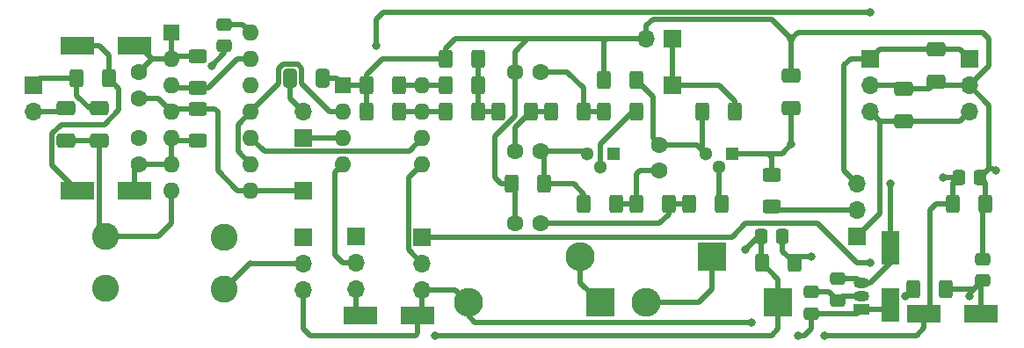
<source format=gbr>
%TF.GenerationSoftware,KiCad,Pcbnew,(6.0.10)*%
%TF.CreationDate,2023-04-08T13:13:14+03:00*%
%TF.ProjectId,DelSol_Voice,44656c53-6f6c-45f5-966f-6963652e6b69,rev?*%
%TF.SameCoordinates,Original*%
%TF.FileFunction,Copper,L2,Bot*%
%TF.FilePolarity,Positive*%
%FSLAX46Y46*%
G04 Gerber Fmt 4.6, Leading zero omitted, Abs format (unit mm)*
G04 Created by KiCad (PCBNEW (6.0.10)) date 2023-04-08 13:13:14*
%MOMM*%
%LPD*%
G01*
G04 APERTURE LIST*
G04 Aperture macros list*
%AMRoundRect*
0 Rectangle with rounded corners*
0 $1 Rounding radius*
0 $2 $3 $4 $5 $6 $7 $8 $9 X,Y pos of 4 corners*
0 Add a 4 corners polygon primitive as box body*
4,1,4,$2,$3,$4,$5,$6,$7,$8,$9,$2,$3,0*
0 Add four circle primitives for the rounded corners*
1,1,$1+$1,$2,$3*
1,1,$1+$1,$4,$5*
1,1,$1+$1,$6,$7*
1,1,$1+$1,$8,$9*
0 Add four rect primitives between the rounded corners*
20,1,$1+$1,$2,$3,$4,$5,0*
20,1,$1+$1,$4,$5,$6,$7,0*
20,1,$1+$1,$6,$7,$8,$9,0*
20,1,$1+$1,$8,$9,$2,$3,0*%
G04 Aperture macros list end*
%TA.AperFunction,ComponentPad*%
%ADD10C,1.600000*%
%TD*%
%TA.AperFunction,ComponentPad*%
%ADD11R,1.700000X1.700000*%
%TD*%
%TA.AperFunction,ComponentPad*%
%ADD12O,1.700000X1.700000*%
%TD*%
%TA.AperFunction,ComponentPad*%
%ADD13R,1.300000X1.300000*%
%TD*%
%TA.AperFunction,ComponentPad*%
%ADD14C,1.300000*%
%TD*%
%TA.AperFunction,ComponentPad*%
%ADD15R,2.800000X2.800000*%
%TD*%
%TA.AperFunction,ComponentPad*%
%ADD16O,2.800000X2.800000*%
%TD*%
%TA.AperFunction,ComponentPad*%
%ADD17C,2.600000*%
%TD*%
%TA.AperFunction,ComponentPad*%
%ADD18R,1.600000X1.600000*%
%TD*%
%TA.AperFunction,ComponentPad*%
%ADD19O,1.600000X1.600000*%
%TD*%
%TA.AperFunction,ComponentPad*%
%ADD20R,1.500000X1.050000*%
%TD*%
%TA.AperFunction,ComponentPad*%
%ADD21O,1.500000X1.050000*%
%TD*%
%TA.AperFunction,SMDPad,CuDef*%
%ADD22RoundRect,0.250000X-0.400000X-0.625000X0.400000X-0.625000X0.400000X0.625000X-0.400000X0.625000X0*%
%TD*%
%TA.AperFunction,SMDPad,CuDef*%
%ADD23R,1.700000X3.300000*%
%TD*%
%TA.AperFunction,SMDPad,CuDef*%
%ADD24RoundRect,0.250000X-0.337500X-0.475000X0.337500X-0.475000X0.337500X0.475000X-0.337500X0.475000X0*%
%TD*%
%TA.AperFunction,SMDPad,CuDef*%
%ADD25RoundRect,0.250000X0.400000X0.625000X-0.400000X0.625000X-0.400000X-0.625000X0.400000X-0.625000X0*%
%TD*%
%TA.AperFunction,SMDPad,CuDef*%
%ADD26RoundRect,0.250000X-0.475000X0.337500X-0.475000X-0.337500X0.475000X-0.337500X0.475000X0.337500X0*%
%TD*%
%TA.AperFunction,SMDPad,CuDef*%
%ADD27RoundRect,0.250000X-0.650000X0.412500X-0.650000X-0.412500X0.650000X-0.412500X0.650000X0.412500X0*%
%TD*%
%TA.AperFunction,SMDPad,CuDef*%
%ADD28RoundRect,0.250000X0.625000X-0.400000X0.625000X0.400000X-0.625000X0.400000X-0.625000X-0.400000X0*%
%TD*%
%TA.AperFunction,SMDPad,CuDef*%
%ADD29RoundRect,0.250000X-0.625000X0.400000X-0.625000X-0.400000X0.625000X-0.400000X0.625000X0.400000X0*%
%TD*%
%TA.AperFunction,SMDPad,CuDef*%
%ADD30R,3.300000X1.700000*%
%TD*%
%TA.AperFunction,SMDPad,CuDef*%
%ADD31RoundRect,0.250000X0.475000X-0.337500X0.475000X0.337500X-0.475000X0.337500X-0.475000X-0.337500X0*%
%TD*%
%TA.AperFunction,SMDPad,CuDef*%
%ADD32RoundRect,0.250000X-0.412500X-0.650000X0.412500X-0.650000X0.412500X0.650000X-0.412500X0.650000X0*%
%TD*%
%TA.AperFunction,SMDPad,CuDef*%
%ADD33RoundRect,0.250000X0.337500X0.475000X-0.337500X0.475000X-0.337500X-0.475000X0.337500X-0.475000X0*%
%TD*%
%TA.AperFunction,ViaPad*%
%ADD34C,0.800000*%
%TD*%
%TA.AperFunction,Conductor*%
%ADD35C,0.500000*%
%TD*%
G04 APERTURE END LIST*
D10*
X160655000Y-111760000D03*
X160655000Y-109260000D03*
X146705000Y-102235000D03*
X149205000Y-102235000D03*
D11*
X131445000Y-118110000D03*
D12*
X131445000Y-120650000D03*
X131445000Y-123190000D03*
D13*
X167640000Y-110130000D03*
D14*
X166370000Y-111400000D03*
X165100000Y-110130000D03*
D13*
X156210000Y-110130000D03*
D14*
X154940000Y-111400000D03*
X153670000Y-110130000D03*
D10*
X110490000Y-111105000D03*
X110490000Y-108605000D03*
D11*
X100330000Y-103500000D03*
D12*
X100330000Y-106040000D03*
D10*
X146705000Y-116840000D03*
X149205000Y-116840000D03*
D15*
X154940000Y-124460000D03*
D16*
X142240000Y-124460000D03*
D17*
X118745000Y-118150000D03*
X118745000Y-123150000D03*
D11*
X137795000Y-118125000D03*
D12*
X137795000Y-120665000D03*
X137795000Y-123205000D03*
D11*
X126365000Y-113665000D03*
D18*
X130185000Y-103515000D03*
D19*
X130185000Y-106055000D03*
X130185000Y-108595000D03*
X130185000Y-111135000D03*
X137805000Y-111135000D03*
X137805000Y-108595000D03*
X137805000Y-106055000D03*
X137805000Y-103515000D03*
D18*
X113675000Y-98420000D03*
D19*
X113675000Y-100960000D03*
X113675000Y-103500000D03*
X113675000Y-106040000D03*
X113675000Y-108580000D03*
X113675000Y-111120000D03*
X113675000Y-113660000D03*
X121295000Y-113660000D03*
X121295000Y-111120000D03*
X121295000Y-108580000D03*
X121295000Y-106040000D03*
X121295000Y-103500000D03*
X121295000Y-100960000D03*
X121295000Y-98420000D03*
D11*
X161925000Y-99060000D03*
D12*
X159385000Y-99060000D03*
D15*
X165735000Y-120015000D03*
D16*
X153035000Y-120015000D03*
D11*
X190500000Y-100980000D03*
D12*
X190500000Y-103520000D03*
X190500000Y-106060000D03*
D17*
X107315000Y-118110000D03*
X107315000Y-123110000D03*
D11*
X161925000Y-103505000D03*
X126365000Y-108590000D03*
D12*
X126365000Y-106050000D03*
D11*
X179705000Y-118095000D03*
D12*
X179705000Y-115555000D03*
X179705000Y-113015000D03*
D15*
X172085000Y-124460000D03*
D16*
X159385000Y-124460000D03*
D11*
X126365000Y-118125000D03*
D12*
X126365000Y-120665000D03*
X126365000Y-123205000D03*
D11*
X180975000Y-100965000D03*
D12*
X180975000Y-103505000D03*
X180975000Y-106045000D03*
D10*
X146705000Y-109855000D03*
X149205000Y-109855000D03*
X110490000Y-104755000D03*
X110490000Y-102255000D03*
D20*
X180065000Y-125095000D03*
D21*
X180065000Y-123825000D03*
X180065000Y-122555000D03*
D22*
X145135000Y-106045000D03*
X148235000Y-106045000D03*
D23*
X182880000Y-119170000D03*
X182880000Y-124670000D03*
D24*
X189462500Y-112395000D03*
X191537500Y-112395000D03*
D22*
X132435000Y-103505000D03*
X135535000Y-103505000D03*
X140055000Y-100965000D03*
X143155000Y-100965000D03*
X164820000Y-106045000D03*
X167920000Y-106045000D03*
D25*
X188240000Y-123190000D03*
X185140000Y-123190000D03*
D26*
X177800000Y-122152500D03*
X177800000Y-124227500D03*
D22*
X146405000Y-113030000D03*
X149505000Y-113030000D03*
X158470000Y-114935000D03*
X161570000Y-114935000D03*
D27*
X173355000Y-102577500D03*
X173355000Y-105702500D03*
D28*
X116205000Y-108865000D03*
X116205000Y-105765000D03*
D22*
X153390000Y-114935000D03*
X156490000Y-114935000D03*
X163550000Y-114935000D03*
X166650000Y-114935000D03*
X155295000Y-103035000D03*
X158395000Y-103035000D03*
D29*
X116205000Y-100685000D03*
X116205000Y-103785000D03*
D25*
X173635000Y-120650000D03*
X170535000Y-120650000D03*
D22*
X132435000Y-106045000D03*
X135535000Y-106045000D03*
D27*
X103505000Y-105752500D03*
X103505000Y-108877500D03*
D30*
X131870000Y-125730000D03*
X137370000Y-125730000D03*
D22*
X155295000Y-106045000D03*
X158395000Y-106045000D03*
X188950000Y-114935000D03*
X192050000Y-114935000D03*
D26*
X118735000Y-97657500D03*
X118735000Y-99732500D03*
D31*
X191770000Y-122322500D03*
X191770000Y-120247500D03*
D29*
X171450000Y-112115000D03*
X171450000Y-115215000D03*
D27*
X184150000Y-103847500D03*
X184150000Y-106972500D03*
D30*
X191645000Y-125565000D03*
X186145000Y-125565000D03*
D27*
X106680000Y-105752500D03*
X106680000Y-108877500D03*
D32*
X125095000Y-102870000D03*
X128220000Y-102870000D03*
D25*
X143155000Y-103505000D03*
X140055000Y-103505000D03*
D22*
X104495000Y-102870000D03*
X107595000Y-102870000D03*
D25*
X143155000Y-106045000D03*
X140055000Y-106045000D03*
D30*
X110065000Y-113665000D03*
X104565000Y-113665000D03*
D33*
X172487500Y-118110000D03*
X170412500Y-118110000D03*
D22*
X150215000Y-106045000D03*
X153315000Y-106045000D03*
D27*
X187325000Y-100037500D03*
X187325000Y-103162500D03*
D31*
X175260000Y-125497500D03*
X175260000Y-123422500D03*
D30*
X110065000Y-99695000D03*
X104565000Y-99695000D03*
D34*
X173355000Y-99060000D03*
X175260000Y-120015000D03*
X193040000Y-111760000D03*
X173355000Y-109220000D03*
X117493850Y-101615051D03*
X139065000Y-127635000D03*
X168910000Y-119380000D03*
X133350000Y-99695000D03*
X180910000Y-96455000D03*
X182880000Y-113030000D03*
X184329502Y-123825000D03*
X173990000Y-127635000D03*
X169545000Y-126365000D03*
X180975000Y-120650000D03*
X190500000Y-123825000D03*
X176530000Y-127635000D03*
X187960000Y-112395000D03*
D35*
X110065000Y-99695000D02*
X110520000Y-99695000D01*
X113675000Y-100960000D02*
X111785000Y-100960000D01*
X116205000Y-100685000D02*
X113950000Y-100685000D01*
X113675000Y-98420000D02*
X113675000Y-100960000D01*
X110520000Y-99695000D02*
X111785000Y-100960000D01*
X111785000Y-100960000D02*
X110490000Y-102255000D01*
X113950000Y-100685000D02*
X113675000Y-100960000D01*
X192050000Y-112907500D02*
X191537500Y-112395000D01*
X175260000Y-120015000D02*
X174270000Y-120015000D01*
X145415000Y-113030000D02*
X146405000Y-113030000D01*
X146705000Y-106489949D02*
X144780000Y-108414949D01*
X173355000Y-99060000D02*
X173355000Y-102577500D01*
X146705000Y-116840000D02*
X146705000Y-113330000D01*
X192405000Y-99060000D02*
X191770000Y-98425000D01*
X159385000Y-99060000D02*
X155575000Y-99060000D01*
X148590000Y-99060000D02*
X147955000Y-99060000D01*
X192405000Y-101615000D02*
X192405000Y-99060000D01*
X140970000Y-99060000D02*
X148590000Y-99060000D01*
X187682500Y-103520000D02*
X187325000Y-103162500D01*
X160020000Y-97155000D02*
X171450000Y-97155000D01*
X128220000Y-102870000D02*
X129540000Y-102870000D01*
X183807500Y-103505000D02*
X184150000Y-103847500D01*
X172487500Y-119502500D02*
X173635000Y-120650000D01*
X186640000Y-103847500D02*
X187325000Y-103162500D01*
X191770000Y-120247500D02*
X191770000Y-115215000D01*
X132435000Y-106045000D02*
X132435000Y-103505000D01*
X144780000Y-112395000D02*
X145415000Y-113030000D01*
X159385000Y-99060000D02*
X159385000Y-97790000D01*
X144780000Y-108414949D02*
X144780000Y-112395000D01*
X192405000Y-105425000D02*
X192405000Y-111527500D01*
X192807500Y-111527500D02*
X193040000Y-111760000D01*
X140055000Y-100965000D02*
X140055000Y-99975000D01*
X190500000Y-103520000D02*
X187682500Y-103520000D01*
X133985000Y-100965000D02*
X132435000Y-102515000D01*
X192405000Y-111527500D02*
X192807500Y-111527500D01*
X132435000Y-102515000D02*
X132435000Y-103505000D01*
X190500000Y-103520000D02*
X192405000Y-101615000D01*
X140055000Y-100965000D02*
X133985000Y-100965000D01*
X159385000Y-97790000D02*
X160020000Y-97155000D01*
X192050000Y-114935000D02*
X192050000Y-112907500D01*
X147955000Y-99060000D02*
X146705000Y-100310000D01*
X191770000Y-98425000D02*
X173990000Y-98425000D01*
X155295000Y-103035000D02*
X155295000Y-99340000D01*
X172487500Y-118110000D02*
X172487500Y-119502500D01*
X191770000Y-115215000D02*
X192050000Y-114935000D01*
X192405000Y-111527500D02*
X191537500Y-112395000D01*
X171450000Y-97155000D02*
X173355000Y-99060000D01*
X146705000Y-113330000D02*
X146405000Y-113030000D01*
X146705000Y-100310000D02*
X146705000Y-102235000D01*
X174270000Y-120015000D02*
X173635000Y-120650000D01*
X155295000Y-99340000D02*
X155575000Y-99060000D01*
X140055000Y-99975000D02*
X140970000Y-99060000D01*
X146705000Y-102235000D02*
X146705000Y-106489949D01*
X130185000Y-103515000D02*
X132425000Y-103515000D01*
X180975000Y-103505000D02*
X183807500Y-103505000D01*
X155575000Y-99060000D02*
X148590000Y-99060000D01*
X190500000Y-103520000D02*
X192405000Y-105425000D01*
X184150000Y-103847500D02*
X186640000Y-103847500D01*
X132425000Y-103515000D02*
X132435000Y-103505000D01*
X129540000Y-102870000D02*
X130185000Y-103515000D01*
X173990000Y-98425000D02*
X173355000Y-99060000D01*
X167640000Y-110130000D02*
X171090000Y-110130000D01*
X172445000Y-110130000D02*
X171090000Y-110130000D01*
X171090000Y-110130000D02*
X171450000Y-110490000D01*
X173355000Y-105702500D02*
X173355000Y-109220000D01*
X171450000Y-110490000D02*
X171450000Y-112115000D01*
X173355000Y-109220000D02*
X172445000Y-110130000D01*
X150215000Y-106045000D02*
X148235000Y-106045000D01*
X146705000Y-107575000D02*
X148235000Y-106045000D01*
X146705000Y-109855000D02*
X146705000Y-107575000D01*
X149505000Y-113030000D02*
X149505000Y-110155000D01*
X153390000Y-114020000D02*
X153390000Y-114935000D01*
X153395000Y-109855000D02*
X153670000Y-110130000D01*
X149505000Y-113030000D02*
X152400000Y-113030000D01*
X149505000Y-110155000D02*
X149205000Y-109855000D01*
X152400000Y-113030000D02*
X153390000Y-114020000D01*
X149205000Y-109855000D02*
X153395000Y-109855000D01*
X158750000Y-111760000D02*
X160655000Y-111760000D01*
X158470000Y-112040000D02*
X158750000Y-111760000D01*
X158470000Y-114935000D02*
X158470000Y-112040000D01*
X156490000Y-114935000D02*
X158470000Y-114935000D01*
X164820000Y-106045000D02*
X164820000Y-109850000D01*
X164230000Y-109260000D02*
X165100000Y-110130000D01*
X160020000Y-104660000D02*
X160020000Y-108625000D01*
X160655000Y-109260000D02*
X164230000Y-109260000D01*
X158395000Y-103035000D02*
X160020000Y-104660000D01*
X164820000Y-109850000D02*
X165100000Y-110130000D01*
X160020000Y-108625000D02*
X160655000Y-109260000D01*
X125095000Y-104780000D02*
X126365000Y-106050000D01*
X125095000Y-102870000D02*
X125095000Y-104780000D01*
X100330000Y-106040000D02*
X103217500Y-106040000D01*
X103217500Y-106040000D02*
X103505000Y-105752500D01*
X107315000Y-118110000D02*
X112395000Y-118110000D01*
X103505000Y-108877500D02*
X106680000Y-108877500D01*
X112395000Y-118110000D02*
X113675000Y-116830000D01*
X106680000Y-108877500D02*
X106680000Y-117475000D01*
X113675000Y-116830000D02*
X113675000Y-113660000D01*
X106680000Y-117475000D02*
X107315000Y-118110000D01*
X118735000Y-99732500D02*
X118735000Y-100373901D01*
X118735000Y-100373901D02*
X117493850Y-101615051D01*
X104495000Y-102870000D02*
X104495000Y-104495000D01*
X105752500Y-105752500D02*
X106680000Y-105752500D01*
X104495000Y-102870000D02*
X100960000Y-102870000D01*
X100960000Y-102870000D02*
X100330000Y-103500000D01*
X104495000Y-104495000D02*
X105752500Y-105752500D01*
X153315000Y-103785000D02*
X153315000Y-106045000D01*
X149205000Y-102235000D02*
X151765000Y-102235000D01*
X155295000Y-106045000D02*
X153315000Y-106045000D01*
X151765000Y-102235000D02*
X153315000Y-103785000D01*
X161570000Y-115925000D02*
X161570000Y-114935000D01*
X160655000Y-116840000D02*
X161570000Y-115925000D01*
X149205000Y-116840000D02*
X160655000Y-116840000D01*
X161570000Y-114935000D02*
X163550000Y-114935000D01*
X113675000Y-111120000D02*
X113675000Y-108580000D01*
X116205000Y-108865000D02*
X113960000Y-108865000D01*
X113960000Y-108865000D02*
X113675000Y-108580000D01*
X110065000Y-111530000D02*
X110490000Y-111105000D01*
X110065000Y-113665000D02*
X110065000Y-111530000D01*
X110505000Y-111120000D02*
X110490000Y-111105000D01*
X113675000Y-111120000D02*
X110505000Y-111120000D01*
X113960000Y-103785000D02*
X113675000Y-103500000D01*
X117195000Y-103785000D02*
X116205000Y-103785000D01*
X120020000Y-100960000D02*
X117195000Y-103785000D01*
X121295000Y-100960000D02*
X120020000Y-100960000D01*
X116205000Y-103785000D02*
X113960000Y-103785000D01*
X170412500Y-118110000D02*
X170412500Y-120527500D01*
X170180000Y-118110000D02*
X168910000Y-119380000D01*
X131445000Y-125305000D02*
X131870000Y-125730000D01*
X139065000Y-127635000D02*
X171450000Y-127635000D01*
X172085000Y-122200000D02*
X170535000Y-120650000D01*
X171450000Y-127635000D02*
X172085000Y-127000000D01*
X172085000Y-127000000D02*
X172085000Y-124460000D01*
X170412500Y-120527500D02*
X170535000Y-120650000D01*
X131445000Y-123190000D02*
X131445000Y-125305000D01*
X172085000Y-124460000D02*
X172085000Y-122200000D01*
X170412500Y-118110000D02*
X170180000Y-118110000D01*
X179705000Y-113015000D02*
X178435000Y-111745000D01*
X182880000Y-120650000D02*
X182880000Y-119170000D01*
X180975000Y-122555000D02*
X182880000Y-120650000D01*
X187325000Y-100037500D02*
X181902500Y-100037500D01*
X179070000Y-100965000D02*
X180975000Y-100965000D01*
X133350000Y-99695000D02*
X133350000Y-97155000D01*
X182880000Y-119170000D02*
X182880000Y-113030000D01*
X179662500Y-122152500D02*
X180065000Y-122555000D01*
X134050000Y-96455000D02*
X180910000Y-96455000D01*
X181902500Y-100037500D02*
X180975000Y-100965000D01*
X187325000Y-100037500D02*
X189557500Y-100037500D01*
X133350000Y-97155000D02*
X134050000Y-96455000D01*
X178435000Y-111745000D02*
X178435000Y-101600000D01*
X180065000Y-122555000D02*
X180975000Y-122555000D01*
X177800000Y-122152500D02*
X179662500Y-122152500D01*
X189557500Y-100037500D02*
X190500000Y-100980000D01*
X178435000Y-101600000D02*
X179070000Y-100965000D01*
X184329502Y-123825000D02*
X184505000Y-123825000D01*
X179705000Y-118095000D02*
X181902500Y-115897500D01*
X178202500Y-123825000D02*
X177800000Y-124227500D01*
X181902500Y-106972500D02*
X180975000Y-106045000D01*
X180065000Y-123825000D02*
X178202500Y-123825000D01*
X189587500Y-106972500D02*
X190500000Y-106060000D01*
X184150000Y-106972500D02*
X181902500Y-106972500D01*
X181902500Y-115897500D02*
X181902500Y-106972500D01*
X175260000Y-123422500D02*
X176995000Y-123422500D01*
X176995000Y-123422500D02*
X177800000Y-124227500D01*
X184150000Y-106972500D02*
X189587500Y-106972500D01*
X184505000Y-123825000D02*
X185140000Y-123190000D01*
X126365000Y-127000000D02*
X127000000Y-127635000D01*
X175260000Y-125497500D02*
X179662500Y-125497500D01*
X174625000Y-127635000D02*
X173990000Y-127635000D01*
X175260000Y-127000000D02*
X174625000Y-127635000D01*
X137795000Y-123205000D02*
X137795000Y-125305000D01*
X137160000Y-127635000D02*
X137370000Y-127425000D01*
X175260000Y-125497500D02*
X175260000Y-127000000D01*
X179662500Y-125497500D02*
X180065000Y-125095000D01*
X140985000Y-123205000D02*
X142240000Y-124460000D01*
X126365000Y-123205000D02*
X126365000Y-127000000D01*
X182455000Y-125095000D02*
X182880000Y-124670000D01*
X180065000Y-125095000D02*
X182455000Y-125095000D01*
X142875000Y-126365000D02*
X142240000Y-125730000D01*
X169545000Y-126365000D02*
X142875000Y-126365000D01*
X142240000Y-125730000D02*
X142240000Y-124460000D01*
X127000000Y-127635000D02*
X137160000Y-127635000D01*
X137795000Y-125305000D02*
X137370000Y-125730000D01*
X137795000Y-123205000D02*
X140985000Y-123205000D01*
X137370000Y-127425000D02*
X137370000Y-125730000D01*
X118735000Y-97657500D02*
X120532500Y-97657500D01*
X120532500Y-97657500D02*
X121295000Y-98420000D01*
X167625000Y-118125000D02*
X168910000Y-116840000D01*
X191645000Y-125565000D02*
X191645000Y-122447500D01*
X168910000Y-116840000D02*
X175850000Y-116840000D01*
X175850000Y-116840000D02*
X179660000Y-120650000D01*
X190500000Y-123592500D02*
X191770000Y-122322500D01*
X190500000Y-123825000D02*
X190500000Y-123592500D01*
X190902500Y-123190000D02*
X191770000Y-122322500D01*
X188240000Y-123190000D02*
X190902500Y-123190000D01*
X191645000Y-122447500D02*
X191770000Y-122322500D01*
X179660000Y-120650000D02*
X180975000Y-120650000D01*
X137795000Y-118125000D02*
X167625000Y-118125000D01*
X185420000Y-127635000D02*
X176530000Y-127635000D01*
X186145000Y-126910000D02*
X185420000Y-127635000D01*
X186145000Y-125565000D02*
X186145000Y-126910000D01*
X188950000Y-112907500D02*
X189462500Y-112395000D01*
X186690000Y-125020000D02*
X186690000Y-115570000D01*
X189462500Y-112395000D02*
X187960000Y-112395000D01*
X186145000Y-125565000D02*
X186690000Y-125020000D01*
X187325000Y-114935000D02*
X188950000Y-114935000D01*
X186690000Y-115570000D02*
X187325000Y-114935000D01*
X188950000Y-114935000D02*
X188950000Y-112907500D01*
X106680000Y-99695000D02*
X104565000Y-99695000D01*
X108585000Y-105899949D02*
X108585000Y-103860000D01*
X102155000Y-108175051D02*
X103015051Y-107315000D01*
X107595000Y-102870000D02*
X107595000Y-100610000D01*
X107595000Y-100610000D02*
X106680000Y-99695000D01*
X102155000Y-111255000D02*
X102155000Y-108175051D01*
X107169949Y-107315000D02*
X108585000Y-105899949D01*
X103015051Y-107315000D02*
X107169949Y-107315000D01*
X104565000Y-113665000D02*
X102155000Y-111255000D01*
X108585000Y-103860000D02*
X107595000Y-102870000D01*
X153035000Y-120015000D02*
X153035000Y-122555000D01*
X153035000Y-122555000D02*
X154940000Y-124460000D01*
X164465000Y-124460000D02*
X165735000Y-123190000D01*
X165735000Y-123190000D02*
X165735000Y-120015000D01*
X159385000Y-124460000D02*
X164465000Y-124460000D01*
X126370000Y-108595000D02*
X126365000Y-108590000D01*
X130185000Y-108595000D02*
X126370000Y-108595000D01*
X161925000Y-99060000D02*
X161925000Y-103505000D01*
X161925000Y-103505000D02*
X166370000Y-103505000D01*
X166370000Y-103505000D02*
X167920000Y-105055000D01*
X167920000Y-105055000D02*
X167920000Y-106045000D01*
X179705000Y-115555000D02*
X171790000Y-115555000D01*
X171790000Y-115555000D02*
X171450000Y-115215000D01*
X121245000Y-120650000D02*
X121260000Y-120665000D01*
X121260000Y-120665000D02*
X126365000Y-120665000D01*
X118745000Y-123150000D02*
X121245000Y-120650000D01*
X136495000Y-112445000D02*
X136495000Y-119365000D01*
X136495000Y-119365000D02*
X137795000Y-120665000D01*
X137805000Y-111135000D02*
X136495000Y-112445000D01*
X129385001Y-111934999D02*
X129385001Y-119860001D01*
X130185000Y-111135000D02*
X129385001Y-111934999D01*
X129385001Y-119860001D02*
X130175000Y-120650000D01*
X130175000Y-120650000D02*
X131445000Y-120650000D01*
X158095000Y-106045000D02*
X158395000Y-106045000D01*
X154940000Y-109200000D02*
X158095000Y-106045000D01*
X154940000Y-111400000D02*
X154940000Y-109200000D01*
X166370000Y-114655000D02*
X166650000Y-114935000D01*
X166370000Y-111400000D02*
X166370000Y-114655000D01*
X145135000Y-106045000D02*
X143155000Y-106045000D01*
X143155000Y-100965000D02*
X143155000Y-103505000D01*
X143155000Y-106045000D02*
X143155000Y-103505000D01*
X135545000Y-106055000D02*
X135535000Y-106045000D01*
X140045000Y-106055000D02*
X140055000Y-106045000D01*
X137805000Y-106055000D02*
X135545000Y-106055000D01*
X137805000Y-106055000D02*
X140045000Y-106055000D01*
X137805000Y-103515000D02*
X135545000Y-103515000D01*
X140045000Y-103515000D02*
X140055000Y-103505000D01*
X135545000Y-103515000D02*
X135535000Y-103505000D01*
X137805000Y-103515000D02*
X140045000Y-103515000D01*
X121295000Y-106040000D02*
X123982500Y-103352500D01*
X128915000Y-106055000D02*
X130185000Y-106055000D01*
X123982500Y-103352500D02*
X123982500Y-101930051D01*
X126207500Y-103347500D02*
X128915000Y-106055000D01*
X120045000Y-109870000D02*
X120045000Y-107290000D01*
X121295000Y-111120000D02*
X120045000Y-109870000D01*
X124392551Y-101520000D02*
X125797449Y-101520000D01*
X120045000Y-107290000D02*
X121295000Y-106040000D01*
X123982500Y-101930051D02*
X124392551Y-101520000D01*
X125797449Y-101520000D02*
X126207500Y-101930051D01*
X126207500Y-101930051D02*
X126207500Y-103347500D01*
X128217767Y-109890000D02*
X128262767Y-109845000D01*
X122605000Y-109890000D02*
X128217767Y-109890000D01*
X128262767Y-109845000D02*
X136555000Y-109845000D01*
X121295000Y-108580000D02*
X122605000Y-109890000D01*
X136555000Y-109845000D02*
X137805000Y-108595000D01*
X112390000Y-104755000D02*
X113675000Y-106040000D01*
X110490000Y-104755000D02*
X112390000Y-104755000D01*
X126365000Y-113665000D02*
X121300000Y-113665000D01*
X118110000Y-111760000D02*
X118110000Y-106045000D01*
X113950000Y-105765000D02*
X113675000Y-106040000D01*
X120010000Y-113660000D02*
X118110000Y-111760000D01*
X117830000Y-105765000D02*
X118110000Y-106045000D01*
X116205000Y-105765000D02*
X113950000Y-105765000D01*
X121295000Y-113660000D02*
X120010000Y-113660000D01*
X116205000Y-105765000D02*
X117830000Y-105765000D01*
X121300000Y-113665000D02*
X121295000Y-113660000D01*
M02*

</source>
